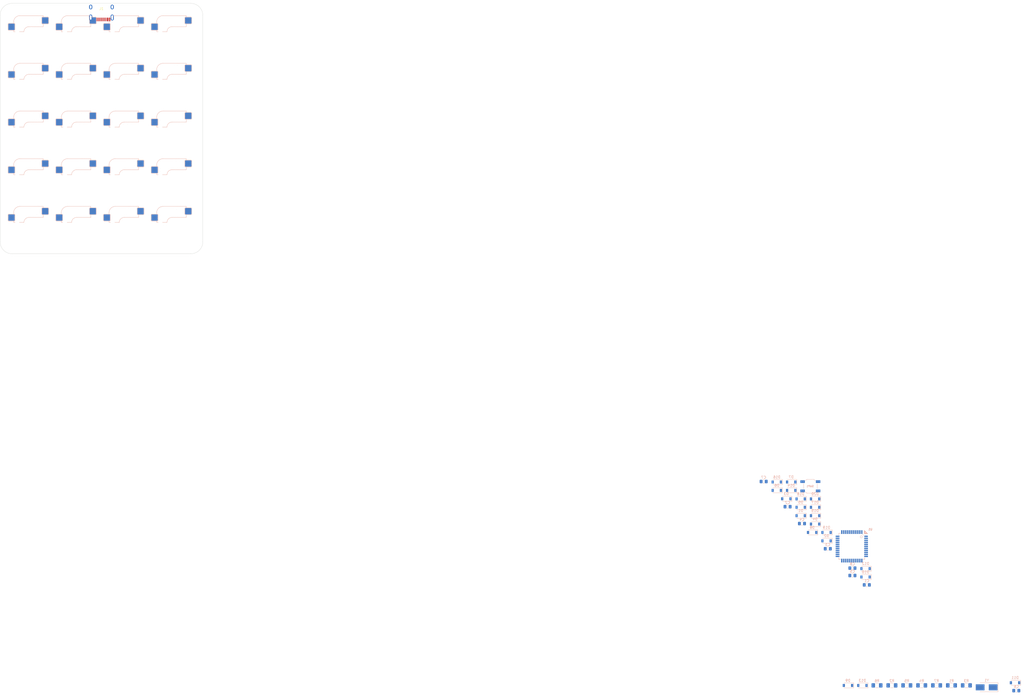
<source format=kicad_pcb>
(kicad_pcb (version 20171130) (host pcbnew "(5.1.6)-1")
  (layers (0 F.Cu signal) (31 B.Cu signal) (34 B.Paste user) (35 F.Paste user) (36 B.SilkS user) (37 F.SilkS user) (38 B.Mask user) (39 F.Mask user) (44 Edge.Cuts user))
  (net 0 "")
  (net 1 RST)
  (net 2 +5V)
  (net 3 GND)
  (net 4 "Net-(C6-Pad1)")
  (net 5 "Net-(C7-Pad1)")
  (net 6 "Net-(C8-Pad2)")
  (net 7 "Net-(D1-Pad2)")
  (net 8 Col1)
  (net 9 "Net-(D2-Pad2)")
  (net 10 Col2)
  (net 11 "Net-(D3-Pad2)")
  (net 12 Col3)
  (net 13 "Net-(D4-Pad2)")
  (net 14 Col4)
  (net 15 "Net-(D5-Pad2)")
  (net 16 Col5)
  (net 17 "Net-(D6-Pad2)")
  (net 18 "Net-(D7-Pad2)")
  (net 19 "Net-(D8-Pad2)")
  (net 20 "Net-(D9-Pad2)")
  (net 21 "Net-(D10-Pad2)")
  (net 22 "Net-(D11-Pad2)")
  (net 23 "Net-(D12-Pad2)")
  (net 24 "Net-(D13-Pad2)")
  (net 25 "Net-(D14-Pad2)")
  (net 26 "Net-(D15-Pad2)")
  (net 27 "Net-(D16-Pad2)")
  (net 28 "Net-(D17-Pad2)")
  (net 29 "Net-(D18-Pad2)")
  (net 30 "Net-(D19-Pad2)")
  (net 31 "Net-(D20-Pad2)")
  (net 32 "Net-(J1-PadA5)")
  (net 33 "Net-(J1-PadB5)")
  (net 34 "Net-(R4-Pad1)")
  (net 35 "Net-(J1-PadA7)")
  (net 36 D-)
  (net 37 "Net-(J1-PadA6)")
  (net 38 D+)
  (net 39 Row1)
  (net 40 Row2)
  (net 41 Row3)
  (net 42 "Net-(U1-Pad42)")
  (net 43 "Net-(U1-Pad41)")
  (net 44 "Net-(U1-Pad40)")
  (net 45 "Net-(U1-Pad39)")
  (net 46 "Net-(U1-Pad38)")
  (net 47 "Net-(U1-Pad37)")
  (net 48 "Net-(U1-Pad36)")
  (net 49 "Net-(U1-Pad32)")
  (net 50 "Net-(U1-Pad31)")
  (net 51 "Net-(U1-Pad30)")
  (net 52 "Net-(U1-Pad29)")
  (net 53 "Net-(U1-Pad28)")
  (net 54 "Net-(U1-Pad27)")
  (net 55 "Net-(U1-Pad26)")
  (net 56 "Net-(U1-Pad25)")
  (net 57 "Net-(U1-Pad22)")
  (net 58 "Net-(U1-Pad21)")
  (net 59 "Net-(U1-Pad20)")
  (net 60 "Net-(U1-Pad19)")
  (net 61 "Net-(U1-Pad18)")
  (net 62 "Net-(U1-Pad12)")
  (net 63 "Net-(U1-Pad11)")
  (net 64 "Net-(U1-Pad10)")
  (net 65 "Net-(U1-Pad9)")
  (net 66 "Net-(U1-Pad8)")
  (net 67 "Net-(U1-Pad1)")
  (net 68 "Net-(J1-PadS)")
  (net 69 "Net-(J1-PadB8)")
  (net 70 "Net-(J1-PadA8)")
  (net 71 "Net-(R5-Pad1)")
  (module acheron_Connectors:TYPE-C-31-M-12 (layer F.Cu) (at -214.3125 -142.875 180)
    (fp_text reference J1 (at 0 5) (layer F.SilkS))
    (fp_text value TYPE-C-31-M12_13)
    (pad S smd oval (at -4.3 5.7 180) (size 1.3 1.9) (layers B.Cu B.Mask) (net 68 "Net-(J1-PadS)"))
    (pad S smd oval (at 4.3 5.7 180) (size 1.3 1.9) (layers B.Cu B.Mask) (net 68 "Net-(J1-PadS)"))
    (pad S smd oval (at -4.3 1.5 180) (size 1.3 2.4) (layers B.Cu B.Mask) (net 68 "Net-(J1-PadS)"))
    (pad S smd oval (at 4.3 1.5 180) (size 1.3 2.4) (layers B.Cu B.Mask) (net 68 "Net-(J1-PadS)"))
    (pad S thru_hole oval (at 4.3 1.5 180) (size 1 2.1) (drill oval 0.6 1.7) (layers *.Cu *.Mask) (net 68 "Net-(J1-PadS)"))
    (pad S thru_hole oval (at 4.3 5.7 180) (size 1 1.6) (drill oval 0.6 1.2) (layers *.Cu *.Mask) (net 68 "Net-(J1-PadS)"))
    (pad "" np_thru_hole circle (at 2.89 2.051 180) (size 0.65 0.65) (drill 0.65) (layers *.Cu *.Mask))
    (pad "" np_thru_hole circle (at -2.89 2.051 180) (size 0.65 0.65) (drill 0.65) (layers *.Cu *.Mask))
    (pad S thru_hole oval (at -4.3 5.7 180) (size 1 1.6) (drill oval 0.6 1.2) (layers *.Cu *.Mask) (net 68 "Net-(J1-PadS)"))
    (pad A1 smd roundrect (at -3.25 1.275 180) (size 0.6 1.45) (drill (offset 0 -0.55)) (layers F.Cu F.Paste F.Mask) (net 3 GND))
    (pad B8 smd roundrect (at -1.75 1.275 180) (size 0.3 1.45) (drill (offset 0 -0.55)) (layers F.Cu F.Paste F.Mask) (net 69 "Net-(J1-PadB8)"))
    (pad A5 smd roundrect (at -1.25 1.275 180) (size 0.3 1.45) (drill (offset 0 -0.55)) (layers F.Cu F.Paste F.Mask) (net 32 "Net-(J1-PadA5)"))
    (pad B7 smd roundrect (at -0.75 1.275 180) (size 0.3 1.45) (drill (offset 0 -0.55)) (layers F.Cu F.Paste F.Mask) (net 35 "Net-(J1-PadA7)"))
    (pad A6 smd roundrect (at -0.254 1.275 180) (size 0.3 1.45) (drill (offset 0 -0.55)) (layers F.Cu F.Paste F.Mask) (net 37 "Net-(J1-PadA6)"))
    (pad B5 smd roundrect (at 1.75 1.275 180) (size 0.3 1.45) (drill (offset 0 -0.55)) (layers F.Cu F.Paste F.Mask) (net 33 "Net-(J1-PadB5)"))
    (pad A8 smd roundrect (at 1.25 1.275 180) (size 0.3 1.45) (drill (offset 0 -0.55)) (layers F.Cu F.Paste F.Mask) (net 70 "Net-(J1-PadA8)"))
    (pad B6 smd roundrect (at 0.75 1.275 180) (size 0.3 1.45) (drill (offset 0 -0.55)) (layers F.Cu F.Paste F.Mask) (net 37 "Net-(J1-PadA6)"))
    (pad A7 smd roundrect (at 0.25 1.275 180) (size 0.3 1.45) (drill (offset 0 -0.55)) (layers F.Cu F.Paste F.Mask) (net 35 "Net-(J1-PadA7)"))
    (pad S thru_hole oval (at -4.3 1.5 180) (size 1 2.1) (drill oval 0.6 1.7) (layers *.Cu *.Mask) (net 68 "Net-(J1-PadS)"))
    (pad A4 smd roundrect (at -2.45 1.275 180) (size 0.6 1.45) (drill (offset 0 -0.55)) (layers F.Cu F.Paste F.Mask) (net 2 +5V))
    (pad B1 smd roundrect (at 3.25 1.275 180) (size 0.6 1.45) (drill (offset 0 -0.55)) (layers F.Cu F.Paste F.Mask) (net 3 GND))
    (pad B4 smd roundrect (at 2.45 1.275 180) (size 0.6 1.45) (drill (offset 0 -0.55)) (layers F.Cu F.Paste F.Mask) (net 2 +5V))
  )
  (module Crystal:Crystal_SMD_5032-2Pin_5.0x3.2mm_HandSoldering (layer B.Cu) (at 139.305 123.2025 180)
    (fp_text reference Y1 (at 0 2.8) (layer B.SilkS) (effects (justify mirror)))
    (fp_text value 16MHz)
    (pad 2 smd rect (at 2.6 0 180) (size 3.5 2.4) (layers B.Cu B.Paste B.Mask) (net 4 "Net-(C6-Pad1)"))
    (pad 1 smd rect (at -2.6 0 180) (size 3.5 2.4) (layers B.Cu B.Paste B.Mask) (net 5 "Net-(C7-Pad1)"))
  )
  (module acheron_Components:TQPF-44_10x10mm_P0.8mm (layer B.Cu) (at 85.44 66.8825 180)
    (fp_text reference U1 (at -7.4 6.8) (layer B.SilkS) (effects (font (size 0.8 0.8) (thickness 0.2)) (justify mirror)))
    (fp_text value ATmega32U4-AU)
    (pad 44 smd trapezoid (at -4 5.7 90) (size 1.5 0.5) (layers B.Cu B.Paste B.Mask) (net 2 +5V))
    (pad 43 smd trapezoid (at -3.2 5.7 90) (size 1.5 0.55) (layers B.Cu B.Paste B.Mask) (net 3 GND))
    (pad 42 smd trapezoid (at -2.4 5.7 90) (size 1.5 0.55) (layers B.Cu B.Paste B.Mask) (net 42 "Net-(U1-Pad42)"))
    (pad 41 smd trapezoid (at -1.6 5.7 90) (size 1.5 0.55) (layers B.Cu B.Paste B.Mask) (net 43 "Net-(U1-Pad41)"))
    (pad 40 smd trapezoid (at -0.8 5.7 90) (size 1.5 0.55) (layers B.Cu B.Paste B.Mask) (net 44 "Net-(U1-Pad40)"))
    (pad 39 smd trapezoid (at 0 5.7 90) (size 1.5 0.55) (layers B.Cu B.Paste B.Mask) (net 45 "Net-(U1-Pad39)"))
    (pad 38 smd trapezoid (at 0.8 5.7 90) (size 1.5 0.55) (layers B.Cu B.Paste B.Mask) (net 46 "Net-(U1-Pad38)"))
    (pad 37 smd trapezoid (at 1.6 5.7 90) (size 1.5 0.55) (layers B.Cu B.Paste B.Mask) (net 47 "Net-(U1-Pad37)"))
    (pad 36 smd trapezoid (at 2.4 5.7 90) (size 1.5 0.55) (layers B.Cu B.Paste B.Mask) (net 48 "Net-(U1-Pad36)"))
    (pad 35 smd trapezoid (at 3.2 5.7 90) (size 1.5 0.55) (layers B.Cu B.Paste B.Mask) (net 3 GND))
    (pad 34 smd trapezoid (at 4 5.7 90) (size 1.5 0.55) (layers B.Cu B.Paste B.Mask) (net 2 +5V))
    (pad 33 smd trapezoid (at 5.7 4 180) (size 1.5 0.55) (layers B.Cu B.Paste B.Mask) (net 34 "Net-(R4-Pad1)"))
    (pad 32 smd trapezoid (at 5.7 3.2 180) (size 1.5 0.55) (layers B.Cu B.Paste B.Mask) (net 49 "Net-(U1-Pad32)"))
    (pad 31 smd trapezoid (at 5.7 2.4 180) (size 1.5 0.55) (layers B.Cu B.Paste B.Mask) (net 50 "Net-(U1-Pad31)"))
    (pad 30 smd trapezoid (at 5.7 1.6 180) (size 1.5 0.55) (layers B.Cu B.Paste B.Mask) (net 51 "Net-(U1-Pad30)"))
    (pad 29 smd trapezoid (at 5.7 0.8 180) (size 1.5 0.55) (layers B.Cu B.Paste B.Mask) (net 52 "Net-(U1-Pad29)"))
    (pad 28 smd trapezoid (at 5.7 0 180) (size 1.5 0.55) (layers B.Cu B.Paste B.Mask) (net 53 "Net-(U1-Pad28)"))
    (pad 27 smd trapezoid (at 5.7 -0.8 180) (size 1.5 0.55) (layers B.Cu B.Paste B.Mask) (net 54 "Net-(U1-Pad27)"))
    (pad 26 smd trapezoid (at 5.7 -1.6 180) (size 1.5 0.55) (layers B.Cu B.Paste B.Mask) (net 55 "Net-(U1-Pad26)"))
    (pad 25 smd trapezoid (at 5.7 -2.4 180) (size 1.5 0.55) (layers B.Cu B.Paste B.Mask) (net 56 "Net-(U1-Pad25)"))
    (pad 24 smd trapezoid (at 5.7 -3.2 180) (size 1.5 0.55) (layers B.Cu B.Paste B.Mask) (net 2 +5V))
    (pad 23 smd trapezoid (at 5.7 -4 180) (size 1.5 0.55) (layers B.Cu B.Paste B.Mask) (net 3 GND))
    (pad 22 smd trapezoid (at 4 -5.7 90) (size 1.5 0.55) (layers B.Cu B.Paste B.Mask) (net 57 "Net-(U1-Pad22)"))
    (pad 21 smd trapezoid (at 3.2 -5.7 90) (size 1.5 0.55) (layers B.Cu B.Paste B.Mask) (net 58 "Net-(U1-Pad21)"))
    (pad 20 smd trapezoid (at 2.4 -5.7 90) (size 1.5 0.55) (layers B.Cu B.Paste B.Mask) (net 59 "Net-(U1-Pad20)"))
    (pad 19 smd trapezoid (at 1.6 -5.7 90) (size 1.5 0.55) (layers B.Cu B.Paste B.Mask) (net 60 "Net-(U1-Pad19)"))
    (pad 18 smd trapezoid (at 0.8 -5.7 90) (size 1.5 0.55) (layers B.Cu B.Paste B.Mask) (net 61 "Net-(U1-Pad18)"))
    (pad 17 smd trapezoid (at 0 -5.7 90) (size 1.5 0.55) (layers B.Cu B.Paste B.Mask) (net 4 "Net-(C6-Pad1)"))
    (pad 16 smd trapezoid (at -0.8 -5.7 90) (size 1.5 0.55) (layers B.Cu B.Paste B.Mask) (net 5 "Net-(C7-Pad1)"))
    (pad 15 smd trapezoid (at -1.6 -5.7 90) (size 1.5 0.55) (layers B.Cu B.Paste B.Mask) (net 3 GND))
    (pad 14 smd trapezoid (at -2.4 -5.7 90) (size 1.5 0.55) (layers B.Cu B.Paste B.Mask) (net 2 +5V))
    (pad 13 smd trapezoid (at -3.2 -5.7 90) (size 1.5 0.55) (layers B.Cu B.Paste B.Mask) (net 1 RST))
    (pad 12 smd trapezoid (at -4 -5.7 90) (size 1.5 0.55) (layers B.Cu B.Paste B.Mask) (net 62 "Net-(U1-Pad12)"))
    (pad 11 smd trapezoid (at -5.7 -4 180) (size 1.5 0.55) (layers B.Cu B.Paste B.Mask) (net 63 "Net-(U1-Pad11)"))
    (pad 10 smd trapezoid (at -5.7 -3.2 180) (size 1.5 0.55) (layers B.Cu B.Paste B.Mask) (net 64 "Net-(U1-Pad10)"))
    (pad 9 smd trapezoid (at -5.7 -2.4 180) (size 1.5 0.55) (layers B.Cu B.Paste B.Mask) (net 65 "Net-(U1-Pad9)"))
    (pad 8 smd trapezoid (at -5.7 -1.6 180) (size 1.5 0.55) (layers B.Cu B.Paste B.Mask) (net 66 "Net-(U1-Pad8)"))
    (pad 7 smd trapezoid (at -5.7 -0.8 180) (size 1.5 0.55) (layers B.Cu B.Paste B.Mask) (net 2 +5V))
    (pad 6 smd trapezoid (at -5.7 0 180) (size 1.5 0.55) (layers B.Cu B.Paste B.Mask) (net 6 "Net-(C8-Pad2)"))
    (pad 5 smd trapezoid (at -5.7 0.8 180) (size 1.5 0.55) (layers B.Cu B.Paste B.Mask) (net 3 GND))
    (pad 4 smd trapezoid (at -5.7 1.6 180) (size 1.5 0.55) (layers B.Cu B.Paste B.Mask) (net 38 D+))
    (pad 3 smd trapezoid (at -5.7 2.4 180) (size 1.5 0.5) (layers B.Cu B.Paste B.Mask) (net 36 D-))
    (pad 2 smd trapezoid (at -5.7 3.2 180) (size 1.5 0.5) (layers B.Cu B.Paste B.Mask) (net 2 +5V))
    (pad 1 smd oval (at -5.7 4 180) (size 1.5 0.55) (layers B.Cu B.Paste B.Mask) (net 67 "Net-(U1-Pad1)"))
  )
  (module acheron_Hardware:smdPushBtn (layer B.Cu) (at 68.875 42.8825 180)
    (fp_text reference SWP1 (at 0.1 0) (layer B.SilkS) (effects (font (size 0.7 0.7)) (justify mirror)))
    (fp_text value SW_Push)
    (pad 2 smd rect (at 3.1 -1.85 180) (size 1.8 1.1) (layers B.Cu B.Paste B.Mask) (net 1 RST))
    (pad 2 smd rect (at -3.1 -1.85 180) (size 1.8 1.1) (layers B.Cu B.Paste B.Mask) (net 1 RST))
    (pad 1 smd rect (at 3.1 1.85 180) (size 1.8 1.1) (layers B.Cu B.Paste B.Mask) (net 71 "Net-(R5-Pad1)"))
    (pad 1 smd rect (at -3.1 1.85 180) (size 1.8 1.1) (layers B.Cu B.Paste B.Mask) (net 71 "Net-(R5-Pad1)"))
  )
  (module acheron_MX:MX100H (layer B.Cu) (at -185.7375 -61.9125 180)
    (fp_text reference SW20)
    (fp_text value MXSwitch)
    (pad "" np_thru_hole circle (at 0 0 180) (size 3.9878 3.9878) (drill 3.9878) (layers *.Cu *.Mask))
    (pad "" np_thru_hole circle (at 3.81 2.54 90) (size 3.048 3.048) (drill 3.048) (layers *.Cu *.Mask))
    (pad "" np_thru_hole circle (at -2.54 5.08 180) (size 3.048 3.048) (drill 3.048) (layers *.Cu *.Mask))
    (pad "" np_thru_hole circle (at 5.08 0 180) (size 1.7018 1.7018) (drill 1.7018) (layers *.Cu *.Mask))
    (pad "" np_thru_hole circle (at -5.08 0 180) (size 1.7018 1.7018) (drill 1.7018) (layers *.Cu *.Mask))
    (pad 2 smd roundrect (at 7.366 2.54 180) (size 2.54 2.54) (layers B.Cu B.Mask) (roundrect_rratio 0.1) (net 31 "Net-(D20-Pad2)"))
    (pad 1 smd roundrect (at -6.096 5.08 180) (size 2.54 2.54) (layers B.Cu B.Mask) (roundrect_rratio 0.1) (net 10 Col2))
  )
  (module acheron_MX:MX100H (layer B.Cu) (at -204.7875 -61.9125 180)
    (fp_text reference SW19)
    (fp_text value MXSwitch)
    (pad "" np_thru_hole circle (at 0 0 180) (size 3.9878 3.9878) (drill 3.9878) (layers *.Cu *.Mask))
    (pad "" np_thru_hole circle (at 3.81 2.54 90) (size 3.048 3.048) (drill 3.048) (layers *.Cu *.Mask))
    (pad "" np_thru_hole circle (at -2.54 5.08 180) (size 3.048 3.048) (drill 3.048) (layers *.Cu *.Mask))
    (pad "" np_thru_hole circle (at 5.08 0 180) (size 1.7018 1.7018) (drill 1.7018) (layers *.Cu *.Mask))
    (pad "" np_thru_hole circle (at -5.08 0 180) (size 1.7018 1.7018) (drill 1.7018) (layers *.Cu *.Mask))
    (pad 2 smd roundrect (at 7.366 2.54 180) (size 2.54 2.54) (layers B.Cu B.Mask) (roundrect_rratio 0.1) (net 30 "Net-(D19-Pad2)"))
    (pad 1 smd roundrect (at -6.096 5.08 180) (size 2.54 2.54) (layers B.Cu B.Mask) (roundrect_rratio 0.1) (net 10 Col2))
  )
  (module acheron_MX:MX100H (layer B.Cu) (at -223.8375 -61.9125 180)
    (fp_text reference SW18)
    (fp_text value MXSwitch)
    (pad "" np_thru_hole circle (at 0 0 180) (size 3.9878 3.9878) (drill 3.9878) (layers *.Cu *.Mask))
    (pad "" np_thru_hole circle (at 3.81 2.54 90) (size 3.048 3.048) (drill 3.048) (layers *.Cu *.Mask))
    (pad "" np_thru_hole circle (at -2.54 5.08 180) (size 3.048 3.048) (drill 3.048) (layers *.Cu *.Mask))
    (pad "" np_thru_hole circle (at 5.08 0 180) (size 1.7018 1.7018) (drill 1.7018) (layers *.Cu *.Mask))
    (pad "" np_thru_hole circle (at -5.08 0 180) (size 1.7018 1.7018) (drill 1.7018) (layers *.Cu *.Mask))
    (pad 2 smd roundrect (at 7.366 2.54 180) (size 2.54 2.54) (layers B.Cu B.Mask) (roundrect_rratio 0.1) (net 29 "Net-(D18-Pad2)"))
    (pad 1 smd roundrect (at -6.096 5.08 180) (size 2.54 2.54) (layers B.Cu B.Mask) (roundrect_rratio 0.1) (net 10 Col2))
  )
  (module acheron_MX:MX100H (layer B.Cu) (at -242.8875 -61.9125 180)
    (fp_text reference SW17)
    (fp_text value MXSwitch)
    (pad "" np_thru_hole circle (at 0 0 180) (size 3.9878 3.9878) (drill 3.9878) (layers *.Cu *.Mask))
    (pad "" np_thru_hole circle (at 3.81 2.54 90) (size 3.048 3.048) (drill 3.048) (layers *.Cu *.Mask))
    (pad "" np_thru_hole circle (at -2.54 5.08 180) (size 3.048 3.048) (drill 3.048) (layers *.Cu *.Mask))
    (pad "" np_thru_hole circle (at 5.08 0 180) (size 1.7018 1.7018) (drill 1.7018) (layers *.Cu *.Mask))
    (pad "" np_thru_hole circle (at -5.08 0 180) (size 1.7018 1.7018) (drill 1.7018) (layers *.Cu *.Mask))
    (pad 2 smd roundrect (at 7.366 2.54 180) (size 2.54 2.54) (layers B.Cu B.Mask) (roundrect_rratio 0.1) (net 28 "Net-(D17-Pad2)"))
    (pad 1 smd roundrect (at -6.096 5.08 180) (size 2.54 2.54) (layers B.Cu B.Mask) (roundrect_rratio 0.1) (net 10 Col2))
  )
  (module acheron_MX:MX100H (layer B.Cu) (at -185.7375 -80.9625 180)
    (fp_text reference SW16)
    (fp_text value MXSwitch)
    (pad "" np_thru_hole circle (at 0 0 180) (size 3.9878 3.9878) (drill 3.9878) (layers *.Cu *.Mask))
    (pad "" np_thru_hole circle (at 3.81 2.54 90) (size 3.048 3.048) (drill 3.048) (layers *.Cu *.Mask))
    (pad "" np_thru_hole circle (at -2.54 5.08 180) (size 3.048 3.048) (drill 3.048) (layers *.Cu *.Mask))
    (pad "" np_thru_hole circle (at 5.08 0 180) (size 1.7018 1.7018) (drill 1.7018) (layers *.Cu *.Mask))
    (pad "" np_thru_hole circle (at -5.08 0 180) (size 1.7018 1.7018) (drill 1.7018) (layers *.Cu *.Mask))
    (pad 2 smd roundrect (at 7.366 2.54 180) (size 2.54 2.54) (layers B.Cu B.Mask) (roundrect_rratio 0.1) (net 27 "Net-(D16-Pad2)"))
    (pad 1 smd roundrect (at -6.096 5.08 180) (size 2.54 2.54) (layers B.Cu B.Mask) (roundrect_rratio 0.1) (net 10 Col2))
  )
  (module acheron_MX:MX100H (layer B.Cu) (at -204.7875 -80.9625 180)
    (fp_text reference SW15)
    (fp_text value MXSwitch)
    (pad "" np_thru_hole circle (at 0 0 180) (size 3.9878 3.9878) (drill 3.9878) (layers *.Cu *.Mask))
    (pad "" np_thru_hole circle (at 3.81 2.54 90) (size 3.048 3.048) (drill 3.048) (layers *.Cu *.Mask))
    (pad "" np_thru_hole circle (at -2.54 5.08 180) (size 3.048 3.048) (drill 3.048) (layers *.Cu *.Mask))
    (pad "" np_thru_hole circle (at 5.08 0 180) (size 1.7018 1.7018) (drill 1.7018) (layers *.Cu *.Mask))
    (pad "" np_thru_hole circle (at -5.08 0 180) (size 1.7018 1.7018) (drill 1.7018) (layers *.Cu *.Mask))
    (pad 2 smd roundrect (at 7.366 2.54 180) (size 2.54 2.54) (layers B.Cu B.Mask) (roundrect_rratio 0.1) (net 26 "Net-(D15-Pad2)"))
    (pad 1 smd roundrect (at -6.096 5.08 180) (size 2.54 2.54) (layers B.Cu B.Mask) (roundrect_rratio 0.1) (net 41 Row3))
  )
  (module acheron_MX:MX100H (layer B.Cu) (at -223.8375 -80.9625 180)
    (fp_text reference SW14)
    (fp_text value MXSwitch)
    (pad "" np_thru_hole circle (at 0 0 180) (size 3.9878 3.9878) (drill 3.9878) (layers *.Cu *.Mask))
    (pad "" np_thru_hole circle (at 3.81 2.54 90) (size 3.048 3.048) (drill 3.048) (layers *.Cu *.Mask))
    (pad "" np_thru_hole circle (at -2.54 5.08 180) (size 3.048 3.048) (drill 3.048) (layers *.Cu *.Mask))
    (pad "" np_thru_hole circle (at 5.08 0 180) (size 1.7018 1.7018) (drill 1.7018) (layers *.Cu *.Mask))
    (pad "" np_thru_hole circle (at -5.08 0 180) (size 1.7018 1.7018) (drill 1.7018) (layers *.Cu *.Mask))
    (pad 2 smd roundrect (at 7.366 2.54 180) (size 2.54 2.54) (layers B.Cu B.Mask) (roundrect_rratio 0.1) (net 25 "Net-(D14-Pad2)"))
    (pad 1 smd roundrect (at -6.096 5.08 180) (size 2.54 2.54) (layers B.Cu B.Mask) (roundrect_rratio 0.1) (net 41 Row3))
  )
  (module acheron_MX:MX100H (layer B.Cu) (at -242.8875 -80.9625 180)
    (fp_text reference SW13)
    (fp_text value MXSwitch)
    (pad "" np_thru_hole circle (at 0 0 180) (size 3.9878 3.9878) (drill 3.9878) (layers *.Cu *.Mask))
    (pad "" np_thru_hole circle (at 3.81 2.54 90) (size 3.048 3.048) (drill 3.048) (layers *.Cu *.Mask))
    (pad "" np_thru_hole circle (at -2.54 5.08 180) (size 3.048 3.048) (drill 3.048) (layers *.Cu *.Mask))
    (pad "" np_thru_hole circle (at 5.08 0 180) (size 1.7018 1.7018) (drill 1.7018) (layers *.Cu *.Mask))
    (pad "" np_thru_hole circle (at -5.08 0 180) (size 1.7018 1.7018) (drill 1.7018) (layers *.Cu *.Mask))
    (pad 2 smd roundrect (at 7.366 2.54 180) (size 2.54 2.54) (layers B.Cu B.Mask) (roundrect_rratio 0.1) (net 24 "Net-(D13-Pad2)"))
    (pad 1 smd roundrect (at -6.096 5.08 180) (size 2.54 2.54) (layers B.Cu B.Mask) (roundrect_rratio 0.1) (net 41 Row3))
  )
  (module acheron_MX:MX100H (layer B.Cu) (at -185.7375 -100.0125 180)
    (fp_text reference SW12)
    (fp_text value MXSwitch)
    (pad "" np_thru_hole circle (at 0 0 180) (size 3.9878 3.9878) (drill 3.9878) (layers *.Cu *.Mask))
    (pad "" np_thru_hole circle (at 3.81 2.54 90) (size 3.048 3.048) (drill 3.048) (layers *.Cu *.Mask))
    (pad "" np_thru_hole circle (at -2.54 5.08 180) (size 3.048 3.048) (drill 3.048) (layers *.Cu *.Mask))
    (pad "" np_thru_hole circle (at 5.08 0 180) (size 1.7018 1.7018) (drill 1.7018) (layers *.Cu *.Mask))
    (pad "" np_thru_hole circle (at -5.08 0 180) (size 1.7018 1.7018) (drill 1.7018) (layers *.Cu *.Mask))
    (pad 2 smd roundrect (at 7.366 2.54 180) (size 2.54 2.54) (layers B.Cu B.Mask) (roundrect_rratio 0.1) (net 23 "Net-(D12-Pad2)"))
    (pad 1 smd roundrect (at -6.096 5.08 180) (size 2.54 2.54) (layers B.Cu B.Mask) (roundrect_rratio 0.1) (net 41 Row3))
  )
  (module acheron_MX:MX100H (layer B.Cu) (at -204.7875 -100.0125 180)
    (fp_text reference SW11)
    (fp_text value MXSwitch)
    (pad "" np_thru_hole circle (at 0 0 180) (size 3.9878 3.9878) (drill 3.9878) (layers *.Cu *.Mask))
    (pad "" np_thru_hole circle (at 3.81 2.54 90) (size 3.048 3.048) (drill 3.048) (layers *.Cu *.Mask))
    (pad "" np_thru_hole circle (at -2.54 5.08 180) (size 3.048 3.048) (drill 3.048) (layers *.Cu *.Mask))
    (pad "" np_thru_hole circle (at 5.08 0 180) (size 1.7018 1.7018) (drill 1.7018) (layers *.Cu *.Mask))
    (pad "" np_thru_hole circle (at -5.08 0 180) (size 1.7018 1.7018) (drill 1.7018) (layers *.Cu *.Mask))
    (pad 2 smd roundrect (at 7.366 2.54 180) (size 2.54 2.54) (layers B.Cu B.Mask) (roundrect_rratio 0.1) (net 22 "Net-(D11-Pad2)"))
    (pad 1 smd roundrect (at -6.096 5.08 180) (size 2.54 2.54) (layers B.Cu B.Mask) (roundrect_rratio 0.1) (net 41 Row3))
  )
  (module acheron_MX:MX100H (layer B.Cu) (at -223.8375 -100.0125 180)
    (fp_text reference SW10)
    (fp_text value MXSwitch)
    (pad "" np_thru_hole circle (at 0 0 180) (size 3.9878 3.9878) (drill 3.9878) (layers *.Cu *.Mask))
    (pad "" np_thru_hole circle (at 3.81 2.54 90) (size 3.048 3.048) (drill 3.048) (layers *.Cu *.Mask))
    (pad "" np_thru_hole circle (at -2.54 5.08 180) (size 3.048 3.048) (drill 3.048) (layers *.Cu *.Mask))
    (pad "" np_thru_hole circle (at 5.08 0 180) (size 1.7018 1.7018) (drill 1.7018) (layers *.Cu *.Mask))
    (pad "" np_thru_hole circle (at -5.08 0 180) (size 1.7018 1.7018) (drill 1.7018) (layers *.Cu *.Mask))
    (pad 2 smd roundrect (at 7.366 2.54 180) (size 2.54 2.54) (layers B.Cu B.Mask) (roundrect_rratio 0.1) (net 21 "Net-(D10-Pad2)"))
    (pad 1 smd roundrect (at -6.096 5.08 180) (size 2.54 2.54) (layers B.Cu B.Mask) (roundrect_rratio 0.1) (net 40 Row2))
  )
  (module acheron_MX:MX100H (layer B.Cu) (at -242.8875 -100.0125 180)
    (fp_text reference SW9)
    (fp_text value MXSwitch)
    (pad 1 smd roundrect (at -6.096 5.08 180) (size 2.54 2.54) (layers B.Cu B.Mask) (roundrect_rratio 0.1) (net 40 Row2))
    (pad 2 smd roundrect (at 7.366 2.54 180) (size 2.54 2.54) (layers B.Cu B.Mask) (roundrect_rratio 0.1) (net 20 "Net-(D9-Pad2)"))
    (pad "" np_thru_hole circle (at -5.08 0 180) (size 1.7018 1.7018) (drill 1.7018) (layers *.Cu *.Mask))
    (pad "" np_thru_hole circle (at 5.08 0 180) (size 1.7018 1.7018) (drill 1.7018) (layers *.Cu *.Mask))
    (pad "" np_thru_hole circle (at -2.54 5.08 180) (size 3.048 3.048) (drill 3.048) (layers *.Cu *.Mask))
    (pad "" np_thru_hole circle (at 3.81 2.54 90) (size 3.048 3.048) (drill 3.048) (layers *.Cu *.Mask))
    (pad "" np_thru_hole circle (at 0 0 180) (size 3.9878 3.9878) (drill 3.9878) (layers *.Cu *.Mask))
  )
  (module acheron_MX:MX100H (layer B.Cu) (at -185.7375 -119.0625 180)
    (fp_text reference SW8)
    (fp_text value MXSwitch)
    (pad "" np_thru_hole circle (at 0 0 180) (size 3.9878 3.9878) (drill 3.9878) (layers *.Cu *.Mask))
    (pad "" np_thru_hole circle (at 3.81 2.54 90) (size 3.048 3.048) (drill 3.048) (layers *.Cu *.Mask))
    (pad "" np_thru_hole circle (at -2.54 5.08 180) (size 3.048 3.048) (drill 3.048) (layers *.Cu *.Mask))
    (pad "" np_thru_hole circle (at 5.08 0 180) (size 1.7018 1.7018) (drill 1.7018) (layers *.Cu *.Mask))
    (pad "" np_thru_hole circle (at -5.08 0 180) (size 1.7018 1.7018) (drill 1.7018) (layers *.Cu *.Mask))
    (pad 2 smd roundrect (at 7.366 2.54 180) (size 2.54 2.54) (layers B.Cu B.Mask) (roundrect_rratio 0.1) (net 19 "Net-(D8-Pad2)"))
    (pad 1 smd roundrect (at -6.096 5.08 180) (size 2.54 2.54) (layers B.Cu B.Mask) (roundrect_rratio 0.1) (net 40 Row2))
  )
  (module acheron_MX:MX100H (layer B.Cu) (at -204.7875 -119.0625 180)
    (fp_text reference SW7)
    (fp_text value MXSwitch)
    (pad "" np_thru_hole circle (at 0 0 180) (size 3.9878 3.9878) (drill 3.9878) (layers *.Cu *.Mask))
    (pad "" np_thru_hole circle (at 3.81 2.54 90) (size 3.048 3.048) (drill 3.048) (layers *.Cu *.Mask))
    (pad "" np_thru_hole circle (at -2.54 5.08 180) (size 3.048 3.048) (drill 3.048) (layers *.Cu *.Mask))
    (pad "" np_thru_hole circle (at 5.08 0 180) (size 1.7018 1.7018) (drill 1.7018) (layers *.Cu *.Mask))
    (pad "" np_thru_hole circle (at -5.08 0 180) (size 1.7018 1.7018) (drill 1.7018) (layers *.Cu *.Mask))
    (pad 2 smd roundrect (at 7.366 2.54 180) (size 2.54 2.54) (layers B.Cu B.Mask) (roundrect_rratio 0.1) (net 18 "Net-(D7-Pad2)"))
    (pad 1 smd roundrect (at -6.096 5.08 180) (size 2.54 2.54) (layers B.Cu B.Mask) (roundrect_rratio 0.1) (net 40 Row2))
  )
  (module acheron_MX:MX100H (layer B.Cu) (at -223.8375 -119.0625 180)
    (fp_text reference SW6)
    (fp_text value MXSwitch)
    (pad "" np_thru_hole circle (at 0 0 180) (size 3.9878 3.9878) (drill 3.9878) (layers *.Cu *.Mask))
    (pad "" np_thru_hole circle (at 3.81 2.54 90) (size 3.048 3.048) (drill 3.048) (layers *.Cu *.Mask))
    (pad "" np_thru_hole circle (at -2.54 5.08 180) (size 3.048 3.048) (drill 3.048) (layers *.Cu *.Mask))
    (pad "" np_thru_hole circle (at 5.08 0 180) (size 1.7018 1.7018) (drill 1.7018) (layers *.Cu *.Mask))
    (pad "" np_thru_hole circle (at -5.08 0 180) (size 1.7018 1.7018) (drill 1.7018) (layers *.Cu *.Mask))
    (pad 2 smd roundrect (at 7.366 2.54 180) (size 2.54 2.54) (layers B.Cu B.Mask) (roundrect_rratio 0.1) (net 17 "Net-(D6-Pad2)"))
    (pad 1 smd roundrect (at -6.096 5.08 180) (size 2.54 2.54) (layers B.Cu B.Mask) (roundrect_rratio 0.1) (net 40 Row2))
  )
  (module acheron_MX:MX100H (layer B.Cu) (at -242.8875 -119.0625 180)
    (fp_text reference SW5)
    (fp_text value MXSwitch)
    (pad "" np_thru_hole circle (at 0 0 180) (size 3.9878 3.9878) (drill 3.9878) (layers *.Cu *.Mask))
    (pad "" np_thru_hole circle (at 3.81 2.54 90) (size 3.048 3.048) (drill 3.048) (layers *.Cu *.Mask))
    (pad "" np_thru_hole circle (at -2.54 5.08 180) (size 3.048 3.048) (drill 3.048) (layers *.Cu *.Mask))
    (pad "" np_thru_hole circle (at 5.08 0 180) (size 1.7018 1.7018) (drill 1.7018) (layers *.Cu *.Mask))
    (pad "" np_thru_hole circle (at -5.08 0 180) (size 1.7018 1.7018) (drill 1.7018) (layers *.Cu *.Mask))
    (pad 2 smd roundrect (at 7.366 2.54 180) (size 2.54 2.54) (layers B.Cu B.Mask) (roundrect_rratio 0.1) (net 15 "Net-(D5-Pad2)"))
    (pad 1 smd roundrect (at -6.096 5.08 180) (size 2.54 2.54) (layers B.Cu B.Mask) (roundrect_rratio 0.1) (net 39 Row1))
  )
  (module acheron_MX:MX100H (layer B.Cu) (at -185.7375 -138.1125 180)
    (fp_text reference SW4)
    (fp_text value MXSwitch)
    (pad "" np_thru_hole circle (at 0 0 180) (size 3.9878 3.9878) (drill 3.9878) (layers *.Cu *.Mask))
    (pad "" np_thru_hole circle (at 3.81 2.54 90) (size 3.048 3.048) (drill 3.048) (layers *.Cu *.Mask))
    (pad "" np_thru_hole circle (at -2.54 5.08 180) (size 3.048 3.048) (drill 3.048) (layers *.Cu *.Mask))
    (pad "" np_thru_hole circle (at 5.08 0 180) (size 1.7018 1.7018) (drill 1.7018) (layers *.Cu *.Mask))
    (pad "" np_thru_hole circle (at -5.08 0 180) (size 1.7018 1.7018) (drill 1.7018) (layers *.Cu *.Mask))
    (pad 2 smd roundrect (at 7.366 2.54 180) (size 2.54 2.54) (layers B.Cu B.Mask) (roundrect_rratio 0.1) (net 13 "Net-(D4-Pad2)"))
    (pad 1 smd roundrect (at -6.096 5.08 180) (size 2.54 2.54) (layers B.Cu B.Mask) (roundrect_rratio 0.1) (net 39 Row1))
  )
  (module acheron_MX:MX100H (layer B.Cu) (at -204.7875 -138.1125 180)
    (fp_text reference SW3)
    (fp_text value MXSwitch)
    (pad "" np_thru_hole circle (at 0 0 180) (size 3.9878 3.9878) (drill 3.9878) (layers *.Cu *.Mask))
    (pad "" np_thru_hole circle (at 3.81 2.54 90) (size 3.048 3.048) (drill 3.048) (layers *.Cu *.Mask))
    (pad "" np_thru_hole circle (at -2.54 5.08 180) (size 3.048 3.048) (drill 3.048) (layers *.Cu *.Mask))
    (pad "" np_thru_hole circle (at 5.08 0 180) (size 1.7018 1.7018) (drill 1.7018) (layers *.Cu *.Mask))
    (pad "" np_thru_hole circle (at -5.08 0 180) (size 1.7018 1.7018) (drill 1.7018) (layers *.Cu *.Mask))
    (pad 2 smd roundrect (at 7.366 2.54 180) (size 2.54 2.54) (layers B.Cu B.Mask) (roundrect_rratio 0.1) (net 11 "Net-(D3-Pad2)"))
    (pad 1 smd roundrect (at -6.096 5.08 180) (size 2.54 2.54) (layers B.Cu B.Mask) (roundrect_rratio 0.1) (net 39 Row1))
  )
  (module acheron_MX:MX100H (layer B.Cu) (at -223.8375 -138.1125 180)
    (fp_text reference SW2)
    (fp_text value MXSwitch)
    (pad "" np_thru_hole circle (at 0 0 180) (size 3.9878 3.9878) (drill 3.9878) (layers *.Cu *.Mask))
    (pad "" np_thru_hole circle (at 3.81 2.54 90) (size 3.048 3.048) (drill 3.048) (layers *.Cu *.Mask))
    (pad "" np_thru_hole circle (at -2.54 5.08 180) (size 3.048 3.048) (drill 3.048) (layers *.Cu *.Mask))
    (pad "" np_thru_hole circle (at 5.08 0 180) (size 1.7018 1.7018) (drill 1.7018) (layers *.Cu *.Mask))
    (pad "" np_thru_hole circle (at -5.08 0 180) (size 1.7018 1.7018) (drill 1.7018) (layers *.Cu *.Mask))
    (pad 2 smd roundrect (at 7.366 2.54 180) (size 2.54 2.54) (layers B.Cu B.Mask) (roundrect_rratio 0.1) (net 9 "Net-(D2-Pad2)"))
    (pad 1 smd roundrect (at -6.096 5.08 180) (size 2.54 2.54) (layers B.Cu B.Mask) (roundrect_rratio 0.1) (net 39 Row1))
  )
  (module acheron_MX:MX100H (layer B.Cu) (at -242.8875 -138.1125 180)
    (fp_text reference SW1)
    (fp_text value MXSwitch)
    (pad "" np_thru_hole circle (at 0 0 180) (size 3.9878 3.9878) (drill 3.9878) (layers *.Cu *.Mask))
    (pad "" np_thru_hole circle (at 3.81 2.54 90) (size 3.048 3.048) (drill 3.048) (layers *.Cu *.Mask))
    (pad "" np_thru_hole circle (at -2.54 5.08 180) (size 3.048 3.048) (drill 3.048) (layers *.Cu *.Mask))
    (pad "" np_thru_hole circle (at 5.08 0 180) (size 1.7018 1.7018) (drill 1.7018) (layers *.Cu *.Mask))
    (pad "" np_thru_hole circle (at -5.08 0 180) (size 1.7018 1.7018) (drill 1.7018) (layers *.Cu *.Mask))
    (pad 2 smd roundrect (at 7.366 2.54 180) (size 2.54 2.54) (layers B.Cu B.Mask) (roundrect_rratio 0.1) (net 7 "Net-(D1-Pad2)"))
    (pad 1 smd roundrect (at -6.096 5.08 180) (size 2.54 2.54) (layers B.Cu B.Mask) (roundrect_rratio 0.1) (net 39 Row1))
  )
  (module Resistor_SMD:R_1206_3216Metric_Pad1.42x1.75mm_HandSolder (layer B.Cu) (at 119.305 122.4225 180)
    (fp_text reference R7 (at 0 1.82) (layer B.SilkS) (effects (justify mirror)))
    (fp_text value 220hms)
    (pad 2 smd roundrect (at 1.4875 0 180) (size 1.425 1.75) (layers B.Cu B.Paste B.Mask) (roundrect_rratio 0.175439) (net 37 "Net-(J1-PadA6)"))
    (pad 1 smd roundrect (at -1.4875 0 180) (size 1.425 1.75) (layers B.Cu B.Paste B.Mask) (roundrect_rratio 0.175439) (net 38 D+))
  )
  (module Resistor_SMD:R_1206_3216Metric_Pad1.42x1.75mm_HandSolder (layer B.Cu) (at 95.505 122.4225 180)
    (fp_text reference R6 (at 0 1.82) (layer B.SilkS) (effects (justify mirror)))
    (fp_text value 220hms)
    (pad 2 smd roundrect (at 1.4875 0 180) (size 1.425 1.75) (layers B.Cu B.Paste B.Mask) (roundrect_rratio 0.175439) (net 35 "Net-(J1-PadA7)"))
    (pad 1 smd roundrect (at -1.4875 0 180) (size 1.425 1.75) (layers B.Cu B.Paste B.Mask) (roundrect_rratio 0.175439) (net 36 D-))
  )
  (module Resistor_SMD:R_1206_3216Metric_Pad1.42x1.75mm_HandSolder (layer B.Cu) (at 107.405 122.4225 180)
    (fp_text reference R5 (at 0 1.82) (layer B.SilkS) (effects (justify mirror)))
    (fp_text value 330)
    (pad 2 smd roundrect (at 1.4875 0 180) (size 1.425 1.75) (layers B.Cu B.Paste B.Mask) (roundrect_rratio 0.175439) (net 3 GND))
    (pad 1 smd roundrect (at -1.4875 0 180) (size 1.425 1.75) (layers B.Cu B.Paste B.Mask) (roundrect_rratio 0.175439) (net 71 "Net-(R5-Pad1)"))
  )
  (module Resistor_SMD:R_1206_3216Metric_Pad1.42x1.75mm_HandSolder (layer B.Cu) (at 113.355 122.4225 180)
    (fp_text reference R4 (at 0 1.82) (layer B.SilkS) (effects (justify mirror)))
    (fp_text value 1k)
    (pad 2 smd roundrect (at 1.4875 0 180) (size 1.425 1.75) (layers B.Cu B.Paste B.Mask) (roundrect_rratio 0.175439) (net 3 GND))
    (pad 1 smd roundrect (at -1.4875 0 180) (size 1.425 1.75) (layers B.Cu B.Paste B.Mask) (roundrect_rratio 0.175439) (net 34 "Net-(R4-Pad1)"))
  )
  (module Resistor_SMD:R_1206_3216Metric_Pad1.42x1.75mm_HandSolder (layer B.Cu) (at 131.205 122.4225 180)
    (fp_text reference R3 (at 0 1.82) (layer B.SilkS) (effects (justify mirror)))
    (fp_text value 5.1k)
    (pad 2 smd roundrect (at 1.4875 0 180) (size 1.425 1.75) (layers B.Cu B.Paste B.Mask) (roundrect_rratio 0.175439) (net 33 "Net-(J1-PadB5)"))
    (pad 1 smd roundrect (at -1.4875 0 180) (size 1.425 1.75) (layers B.Cu B.Paste B.Mask) (roundrect_rratio 0.175439) (net 3 GND))
  )
  (module Resistor_SMD:R_1206_3216Metric_Pad1.42x1.75mm_HandSolder (layer B.Cu) (at 101.455 122.4225 180)
    (fp_text reference R2 (at 0 1.82) (layer B.SilkS) (effects (justify mirror)))
    (fp_text value 5.1k)
    (pad 2 smd roundrect (at 1.4875 0 180) (size 1.425 1.75) (layers B.Cu B.Paste B.Mask) (roundrect_rratio 0.175439) (net 32 "Net-(J1-PadA5)"))
    (pad 1 smd roundrect (at -1.4875 0 180) (size 1.425 1.75) (layers B.Cu B.Paste B.Mask) (roundrect_rratio 0.175439) (net 3 GND))
  )
  (module Resistor_SMD:R_1206_3216Metric_Pad1.42x1.75mm_HandSolder (layer B.Cu) (at 125.255 122.4225 180)
    (fp_text reference R1 (at 0 1.82) (layer B.SilkS) (effects (justify mirror)))
    (fp_text value 10k)
    (pad 2 smd roundrect (at 1.4875 0 180) (size 1.425 1.75) (layers B.Cu B.Paste B.Mask) (roundrect_rratio 0.175439) (net 1 RST))
    (pad 1 smd roundrect (at -1.4875 0 180) (size 1.425 1.75) (layers B.Cu B.Paste B.Mask) (roundrect_rratio 0.175439) (net 2 +5V))
  )
  (module Diode_SMD:D_SOD-123 (layer B.Cu) (at 70.775 47.9325 180)
    (fp_text reference D20 (at 0 2) (layer B.SilkS) (effects (justify mirror)))
    (fp_text value 1N4148W)
    (pad 2 smd rect (at 1.65 0 180) (size 0.9 1.2) (layers B.Cu B.Paste B.Mask) (net 31 "Net-(D20-Pad2)"))
    (pad 1 smd rect (at -1.65 0 180) (size 0.9 1.2) (layers B.Cu B.Paste B.Mask) (net 16 Col5))
  )
  (module Diode_SMD:D_SOD-123 (layer B.Cu) (at 75.345 61.3325 180)
    (fp_text reference D19 (at 0 2) (layer B.SilkS) (effects (justify mirror)))
    (fp_text value 1N4148W)
    (pad 2 smd rect (at 1.65 0 180) (size 0.9 1.2) (layers B.Cu B.Paste B.Mask) (net 30 "Net-(D19-Pad2)"))
    (pad 1 smd rect (at -1.65 0 180) (size 0.9 1.2) (layers B.Cu B.Paste B.Mask) (net 14 Col4))
  )
  (module Diode_SMD:D_SOD-123 (layer B.Cu) (at 65.025 47.9325 180)
    (fp_text reference D18 (at 0 2) (layer B.SilkS) (effects (justify mirror)))
    (fp_text value 1N4148W)
    (pad 2 smd rect (at 1.65 0 180) (size 0.9 1.2) (layers B.Cu B.Paste B.Mask) (net 29 "Net-(D18-Pad2)"))
    (pad 1 smd rect (at -1.65 0 180) (size 0.9 1.2) (layers B.Cu B.Paste B.Mask) (net 12 Col3))
  )
  (module Diode_SMD:D_SOD-123 (layer B.Cu) (at 70.775 51.2825 180)
    (fp_text reference D17 (at 0 2) (layer B.SilkS) (effects (justify mirror)))
    (fp_text value D_Small)
    (pad 2 smd rect (at 1.65 0 180) (size 0.9 1.2) (layers B.Cu B.Paste B.Mask) (net 28 "Net-(D17-Pad2)"))
    (pad 1 smd rect (at -1.65 0 180) (size 0.9 1.2) (layers B.Cu B.Paste B.Mask) (net 10 Col2))
  )
  (module Diode_SMD:D_SOD-123 (layer B.Cu) (at 55.475 41.1825 180)
    (fp_text reference D16 (at 0 2) (layer B.SilkS) (effects (justify mirror)))
    (fp_text value 1N4148W)
    (pad 2 smd rect (at 1.65 0 180) (size 0.9 1.2) (layers B.Cu B.Paste B.Mask) (net 27 "Net-(D16-Pad2)"))
    (pad 1 smd rect (at -1.65 0 180) (size 0.9 1.2) (layers B.Cu B.Paste B.Mask) (net 8 Col1))
  )
  (module Diode_SMD:D_SOD-123 (layer B.Cu) (at 70.775 54.6325 180)
    (fp_text reference D15 (at 0 2) (layer B.SilkS) (effects (justify mirror)))
    (fp_text value 1N4148W)
    (pad 2 smd rect (at 1.65 0 180) (size 0.9 1.2) (layers B.Cu B.Paste B.Mask) (net 26 "Net-(D15-Pad2)"))
    (pad 1 smd rect (at -1.65 0 180) (size 0.9 1.2) (layers B.Cu B.Paste B.Mask) (net 16 Col5))
  )
  (module Diode_SMD:D_SOD-123 (layer B.Cu) (at 61.225 44.5325 180)
    (fp_text reference D14 (at 0 2) (layer B.SilkS) (effects (justify mirror)))
    (fp_text value 1N4148W)
    (pad 2 smd rect (at 1.65 0 180) (size 0.9 1.2) (layers B.Cu B.Paste B.Mask) (net 25 "Net-(D14-Pad2)"))
    (pad 1 smd rect (at -1.65 0 180) (size 0.9 1.2) (layers B.Cu B.Paste B.Mask) (net 14 Col4))
  )
  (module Diode_SMD:D_SOD-123 (layer B.Cu) (at 89.655 122.4525 180)
    (fp_text reference D13 (at 0 2) (layer B.SilkS) (effects (justify mirror)))
    (fp_text value 1N4148W)
    (pad 2 smd rect (at 1.65 0 180) (size 0.9 1.2) (layers B.Cu B.Paste B.Mask) (net 24 "Net-(D13-Pad2)"))
    (pad 1 smd rect (at -1.65 0 180) (size 0.9 1.2) (layers B.Cu B.Paste B.Mask) (net 12 Col3))
  )
  (module Diode_SMD:D_SOD-123 (layer B.Cu) (at 90.925 75.7825 180)
    (fp_text reference D12 (at 0 2) (layer B.SilkS) (effects (justify mirror)))
    (fp_text value D_Small)
    (pad 2 smd rect (at 1.65 0 180) (size 0.9 1.2) (layers B.Cu B.Paste B.Mask) (net 23 "Net-(D12-Pad2)"))
    (pad 1 smd rect (at -1.65 0 180) (size 0.9 1.2) (layers B.Cu B.Paste B.Mask) (net 10 Col2))
  )
  (module Diode_SMD:D_SOD-123 (layer B.Cu) (at 150.645 121.365 180)
    (fp_text reference D11 (at 0 2) (layer B.SilkS) (effects (justify mirror)))
    (fp_text value 1N4148W)
    (pad 2 smd rect (at 1.65 0 180) (size 0.9 1.2) (layers B.Cu B.Paste B.Mask) (net 22 "Net-(D11-Pad2)"))
    (pad 1 smd rect (at -1.65 0 180) (size 0.9 1.2) (layers B.Cu B.Paste B.Mask) (net 8 Col1))
  )
  (module Diode_SMD:D_SOD-123 (layer B.Cu) (at 90.925 79.1325 180)
    (fp_text reference D10 (at 0 2) (layer B.SilkS) (effects (justify mirror)))
    (fp_text value 1N4148W)
    (pad 2 smd rect (at 1.65 0 180) (size 0.9 1.2) (layers B.Cu B.Paste B.Mask) (net 21 "Net-(D10-Pad2)"))
    (pad 1 smd rect (at -1.65 0 180) (size 0.9 1.2) (layers B.Cu B.Paste B.Mask) (net 16 Col5))
  )
  (module Diode_SMD:D_SOD-123 (layer B.Cu) (at 83.905 122.4525 180)
    (fp_text reference D9 (at 0 2) (layer B.SilkS) (effects (justify mirror)))
    (fp_text value 1N4148W)
    (pad 2 smd rect (at 1.65 0 180) (size 0.9 1.2) (layers B.Cu B.Paste B.Mask) (net 20 "Net-(D9-Pad2)"))
    (pad 1 smd rect (at -1.65 0 180) (size 0.9 1.2) (layers B.Cu B.Paste B.Mask) (net 14 Col4))
  )
  (module Diode_SMD:D_SOD-123 (layer B.Cu) (at 69.595 61.3325 180)
    (fp_text reference D8 (at 0 2) (layer B.SilkS) (effects (justify mirror)))
    (fp_text value 1N4148W)
    (pad 2 smd rect (at 1.65 0 180) (size 0.9 1.2) (layers B.Cu B.Paste B.Mask) (net 19 "Net-(D8-Pad2)"))
    (pad 1 smd rect (at -1.65 0 180) (size 0.9 1.2) (layers B.Cu B.Paste B.Mask) (net 12 Col3))
  )
  (module Diode_SMD:D_SOD-123 (layer B.Cu) (at 61.225 41.1825 180)
    (fp_text reference D7 (at 0 2) (layer B.SilkS) (effects (justify mirror)))
    (fp_text value D_Small)
    (pad 2 smd rect (at 1.65 0 180) (size 0.9 1.2) (layers B.Cu B.Paste B.Mask) (net 18 "Net-(D7-Pad2)"))
    (pad 1 smd rect (at -1.65 0 180) (size 0.9 1.2) (layers B.Cu B.Paste B.Mask) (net 10 Col2))
  )
  (module Diode_SMD:D_SOD-123 (layer B.Cu) (at 55.475 44.5325 180)
    (fp_text reference D6 (at 0 2) (layer B.SilkS) (effects (justify mirror)))
    (fp_text value 1N4148W)
    (pad 2 smd rect (at 1.65 0 180) (size 0.9 1.2) (layers B.Cu B.Paste B.Mask) (net 17 "Net-(D6-Pad2)"))
    (pad 1 smd rect (at -1.65 0 180) (size 0.9 1.2) (layers B.Cu B.Paste B.Mask) (net 8 Col1))
  )
  (module Diode_SMD:D_SOD-123 (layer B.Cu) (at 65.025 51.2825 180)
    (fp_text reference D5 (at 0 2) (layer B.SilkS) (effects (justify mirror)))
    (fp_text value 1N4148W)
    (pad 2 smd rect (at 1.65 0 180) (size 0.9 1.2) (layers B.Cu B.Paste B.Mask) (net 15 "Net-(D5-Pad2)"))
    (pad 1 smd rect (at -1.65 0 180) (size 0.9 1.2) (layers B.Cu B.Paste B.Mask) (net 16 Col5))
  )
  (module Diode_SMD:D_SOD-123 (layer B.Cu) (at 70.775 57.9825 180)
    (fp_text reference D4 (at 0 2) (layer B.SilkS) (effects (justify mirror)))
    (fp_text value 1N4148W)
    (pad 2 smd rect (at 1.65 0 180) (size 0.9 1.2) (layers B.Cu B.Paste B.Mask) (net 13 "Net-(D4-Pad2)"))
    (pad 1 smd rect (at -1.65 0 180) (size 0.9 1.2) (layers B.Cu B.Paste B.Mask) (net 14 Col4))
  )
  (module Diode_SMD:D_SOD-123 (layer B.Cu) (at 59.275 47.8825 180)
    (fp_text reference D3 (at 0 2) (layer B.SilkS) (effects (justify mirror)))
    (fp_text value 1N4148W)
    (pad 2 smd rect (at 1.65 0 180) (size 0.9 1.2) (layers B.Cu B.Paste B.Mask) (net 11 "Net-(D3-Pad2)"))
    (pad 1 smd rect (at -1.65 0 180) (size 0.9 1.2) (layers B.Cu B.Paste B.Mask) (net 12 Col3))
  )
  (module Diode_SMD:D_SOD-123 (layer B.Cu) (at 75.345 64.6825 180)
    (fp_text reference D2 (at 0 2) (layer B.SilkS) (effects (justify mirror)))
    (fp_text value 1N4148W)
    (pad 2 smd rect (at 1.65 0 180) (size 0.9 1.2) (layers B.Cu B.Paste B.Mask) (net 9 "Net-(D2-Pad2)"))
    (pad 1 smd rect (at -1.65 0 180) (size 0.9 1.2) (layers B.Cu B.Paste B.Mask) (net 10 Col2))
  )
  (module Diode_SMD:D_SOD-123 (layer B.Cu) (at 65.025 54.6325 180)
    (fp_text reference D1 (at 0 2) (layer B.SilkS) (effects (justify mirror)))
    (fp_text value 1N4148W)
    (pad 2 smd rect (at 1.65 0 180) (size 0.9 1.2) (layers B.Cu B.Paste B.Mask) (net 7 "Net-(D1-Pad2)"))
    (pad 1 smd rect (at -1.65 0 180) (size 0.9 1.2) (layers B.Cu B.Paste B.Mask) (net 8 Col1))
  )
  (module Capacitor_SMD:C_0805_2012Metric_Pad1.15x1.40mm_HandSolder (layer B.Cu) (at 85.675 75.5825 180)
    (fp_text reference C8 (at 0 1.65) (layer B.SilkS) (effects (justify mirror)))
    (fp_text value 1u)
    (pad 2 smd roundrect (at 1.025 0 180) (size 1.15 1.4) (layers B.Cu B.Paste B.Mask) (roundrect_rratio 0.217391) (net 6 "Net-(C8-Pad2)"))
    (pad 1 smd roundrect (at -1.025 0 180) (size 1.15 1.4) (layers B.Cu B.Paste B.Mask) (roundrect_rratio 0.217391) (net 3 GND))
  )
  (module Capacitor_SMD:C_0805_2012Metric_Pad1.15x1.40mm_HandSolder (layer B.Cu) (at 50.225 40.9825 180)
    (fp_text reference C7 (at 0 1.65) (layer B.SilkS) (effects (justify mirror)))
    (fp_text value 22pF)
    (pad 2 smd roundrect (at 1.025 0 180) (size 1.15 1.4) (layers B.Cu B.Paste B.Mask) (roundrect_rratio 0.217391) (net 3 GND))
    (pad 1 smd roundrect (at -1.025 0 180) (size 1.15 1.4) (layers B.Cu B.Paste B.Mask) (roundrect_rratio 0.217391) (net 5 "Net-(C7-Pad1)"))
  )
  (module Capacitor_SMD:C_0805_2012Metric_Pad1.15x1.40mm_HandSolder (layer B.Cu) (at 151.145 124.515 180)
    (fp_text reference C6 (at 0 1.65) (layer B.SilkS) (effects (justify mirror)))
    (fp_text value 22pF)
    (pad 2 smd roundrect (at 1.025 0 180) (size 1.15 1.4) (layers B.Cu B.Paste B.Mask) (roundrect_rratio 0.217391) (net 3 GND))
    (pad 1 smd roundrect (at -1.025 0 180) (size 1.15 1.4) (layers B.Cu B.Paste B.Mask) (roundrect_rratio 0.217391) (net 4 "Net-(C6-Pad1)"))
  )
  (module Capacitor_SMD:C_0805_2012Metric_Pad1.15x1.40mm_HandSolder (layer B.Cu) (at 85.675 78.5325 180)
    (fp_text reference C5 (at 0 1.65) (layer B.SilkS) (effects (justify mirror)))
    (fp_text value 100n)
    (pad 2 smd roundrect (at 1.025 0 180) (size 1.15 1.4) (layers B.Cu B.Paste B.Mask) (roundrect_rratio 0.217391) (net 2 +5V))
    (pad 1 smd roundrect (at -1.025 0 180) (size 1.15 1.4) (layers B.Cu B.Paste B.Mask) (roundrect_rratio 0.217391) (net 3 GND))
  )
  (module Capacitor_SMD:C_0805_2012Metric_Pad1.15x1.40mm_HandSolder (layer B.Cu) (at 65.525 57.7825 180)
    (fp_text reference C4 (at 0 1.65) (layer B.SilkS) (effects (justify mirror)))
    (fp_text value 100n)
    (pad 2 smd roundrect (at 1.025 0 180) (size 1.15 1.4) (layers B.Cu B.Paste B.Mask) (roundrect_rratio 0.217391) (net 2 +5V))
    (pad 1 smd roundrect (at -1.025 0 180) (size 1.15 1.4) (layers B.Cu B.Paste B.Mask) (roundrect_rratio 0.217391) (net 3 GND))
  )
  (module Capacitor_SMD:C_0805_2012Metric_Pad1.15x1.40mm_HandSolder (layer B.Cu) (at 75.845 67.8325 180)
    (fp_text reference C3 (at 0 1.65) (layer B.SilkS) (effects (justify mirror)))
    (fp_text value 1u)
    (pad 2 smd roundrect (at 1.025 0 180) (size 1.15 1.4) (layers B.Cu B.Paste B.Mask) (roundrect_rratio 0.217391) (net 2 +5V))
    (pad 1 smd roundrect (at -1.025 0 180) (size 1.15 1.4) (layers B.Cu B.Paste B.Mask) (roundrect_rratio 0.217391) (net 3 GND))
  )
  (module Capacitor_SMD:C_0805_2012Metric_Pad1.15x1.40mm_HandSolder (layer B.Cu) (at 59.775 51.0325 180)
    (fp_text reference C2 (at 0 1.65) (layer B.SilkS) (effects (justify mirror)))
    (fp_text value 10u)
    (pad 2 smd roundrect (at 1.025 0 180) (size 1.15 1.4) (layers B.Cu B.Paste B.Mask) (roundrect_rratio 0.217391) (net 2 +5V))
    (pad 1 smd roundrect (at -1.025 0 180) (size 1.15 1.4) (layers B.Cu B.Paste B.Mask) (roundrect_rratio 0.217391) (net 3 GND))
  )
  (module Capacitor_SMD:C_0805_2012Metric_Pad1.15x1.40mm_HandSolder (layer B.Cu) (at 91.425 82.2825 180)
    (fp_text reference C1 (at 0 1.65) (layer B.SilkS) (effects (justify mirror)))
    (fp_text value 100nF)
    (pad 2 smd roundrect (at 1.025 0 180) (size 1.15 1.4) (layers B.Cu B.Paste B.Mask) (roundrect_rratio 0.217391) (net 1 RST))
    (pad 1 smd roundrect (at -1.025 0 180) (size 1.15 1.4) (layers B.Cu B.Paste B.Mask) (roundrect_rratio 0.217391) (net 3 GND))
  )
  (gr_arc (start -178.59375 -145.25625) (end -173.83125 -145.25625) (angle -90) (layer Edge.Cuts) (width 0.1))
  (gr_arc (start -178.59375 -54.76875) (end -178.59375 -50.00625) (angle -90) (layer Edge.Cuts) (width 0.1))
  (gr_arc (start -250.03125 -54.76875) (end -254.79375 -54.76875) (angle -90) (layer Edge.Cuts) (width 0.1))
  (gr_arc (start -250.03125 -145.25625) (end -250.03125 -150.01875) (angle -90) (layer Edge.Cuts) (width 0.1))
  (gr_line (start -178.59375 -150.01875) (end -250.03125 -150.01875) (layer Edge.Cuts) (width 0.1))
  (gr_line (start -173.83125 -54.76875) (end -173.83125 -145.25625) (layer Edge.Cuts) (width 0.1))
  (gr_line (start -250.03125 -50.00625) (end -178.59375 -50.00625) (layer Edge.Cuts) (width 0.1))
  (gr_line (start -254.79375 -145.25625) (end -254.79375 -54.76875) (layer Edge.Cuts) (width 0.1))
)
</source>
